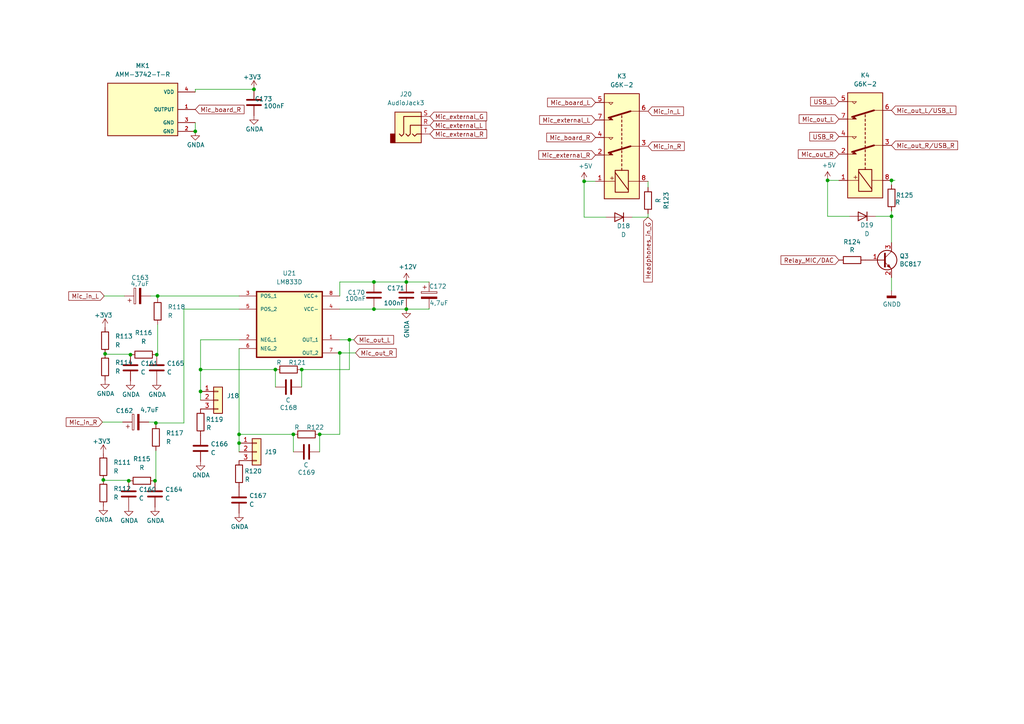
<source format=kicad_sch>
(kicad_sch (version 20211123) (generator eeschema)
  (paper "A4")
  (lib_symbols
    (symbol "Connector:AudioJack3"
      (property "Reference" "J" (at 0 8.89 0))
      (property "Value" "AudioJack3" (at 0 6.35 0))
      (symbol "AudioJack3_0_1"
        (rectangle (start -5.08 -5.08) (end -6.35 -2.54) (stroke (width 0.254)) (fill (type outline)))
        (polyline (pts (xy 0 -2.54) (xy 0.635 -3.175) (xy 1.27 -2.54) (xy 2.54 -2.54)) (stroke (width 0.254)))
        (polyline (pts (xy -1.905 -2.54) (xy -1.27 -3.175) (xy -0.635 -2.54) (xy -0.635 0) (xy 2.54 0)) (stroke (width 0.254)))
        (polyline (pts (xy 2.54 2.54) (xy -2.54 2.54) (xy -2.54 -2.54) (xy -3.175 -3.175) (xy -3.81 -2.54)) (stroke (width 0.254)))
        (rectangle (start 2.54 3.81) (end -5.08 -5.08) (stroke (width 0.254)) (fill (type background)))
      )
      (symbol "AudioJack3_1_1"
        (pin passive line (at 5.08 0 180) (length 2.54) (name "~") (number "R"))
        (pin passive line (at 5.08 2.54 180) (length 2.54) (name "~") (number "S"))
        (pin passive line (at 5.08 -2.54 180) (length 2.54) (name "~") (number "T"))
      )
    )
    (symbol "Connector_Generic:Conn_01x03" (pin_names (offset 1.016) hide)
      (property "Reference" "J" (at 0 5.08 0))
      (property "Value" "Conn_01x03" (at 0 -5.08 0))
      (symbol "Conn_01x03_1_1"
        (rectangle (start -1.27 -2.413) (end 0 -2.667) (stroke (width 0.1524)))
        (rectangle (start -1.27 0.127) (end 0 -0.127) (stroke (width 0.1524)))
        (rectangle (start -1.27 2.667) (end 0 2.413) (stroke (width 0.1524)))
        (rectangle (start -1.27 3.81) (end 1.27 -3.81) (stroke (width 0.254)) (fill (type background)))
        (pin passive line (at -5.08 2.54 0) (length 3.81) (name "Pin_1") (number "1"))
        (pin passive line (at -5.08 0 0) (length 3.81) (name "Pin_2") (number "2"))
        (pin passive line (at -5.08 -2.54 0) (length 3.81) (name "Pin_3") (number "3"))
      )
    )
    (symbol "Device:C" (pin_numbers hide) (pin_names (offset 0.254))
      (property "Reference" "C" (at 0.635 2.54 0))
      (property "Value" "C" (at 0.635 -2.54 0))
      (symbol "C_0_1"
        (polyline (pts (xy -2.032 -0.762) (xy 2.032 -0.762)) (stroke (width 0.508)))
        (polyline (pts (xy -2.032 0.762) (xy 2.032 0.762)) (stroke (width 0.508)))
      )
      (symbol "C_1_1"
        (pin passive line (at 0 3.81 270) (length 2.794) (name "~") (number "1"))
        (pin passive line (at 0 -3.81 90) (length 2.794) (name "~") (number "2"))
      )
    )
    (symbol "Device:CP" (pin_numbers hide) (pin_names (offset 0.254))
      (property "Reference" "C" (at 0.635 2.54 0))
      (property "Value" "Device_CP" (at 0.635 -2.54 0))
      (symbol "CP_0_1"
        (rectangle (start -2.286 0.508) (end 2.286 1.016))
        (polyline (pts (xy -1.778 2.286) (xy -0.762 2.286)))
        (polyline (pts (xy -1.27 2.794) (xy -1.27 1.778)))
        (rectangle (start 2.286 -0.508) (end -2.286 -1.016) (fill (type outline)))
      )
      (symbol "CP_1_1"
        (pin passive line (at 0 3.81 270) (length 2.794) (name "~") (number "1"))
        (pin passive line (at 0 -3.81 90) (length 2.794) (name "~") (number "2"))
      )
    )
    (symbol "Device:D" (pin_numbers hide) (pin_names (offset 1.016) hide)
      (property "Reference" "D" (at 0 2.54 0))
      (property "Value" "D" (at 0 -2.54 0))
      (symbol "D_0_1"
        (polyline (pts (xy -1.27 1.27) (xy -1.27 -1.27)) (stroke (width 0.254)))
        (polyline (pts (xy 1.27 0) (xy -1.27 0)))
        (polyline (pts (xy 1.27 1.27) (xy 1.27 -1.27) (xy -1.27 0) (xy 1.27 1.27)) (stroke (width 0.254)))
      )
      (symbol "D_1_1"
        (pin passive line (at -3.81 0 0) (length 2.54) (name "K") (number "1"))
        (pin passive line (at 3.81 0 180) (length 2.54) (name "A") (number "2"))
      )
    )
    (symbol "Device:R" (pin_numbers hide) (pin_names (offset 0))
      (property "Reference" "R" (at 2.032 0 90))
      (property "Value" "R" (at 0 0 90))
      (symbol "R_0_1"
        (rectangle (start -1.016 -2.54) (end 1.016 2.54) (stroke (width 0.254)))
      )
      (symbol "R_1_1"
        (pin passive line (at 0 3.81 270) (length 1.27) (name "~") (number "1"))
        (pin passive line (at 0 -3.81 90) (length 1.27) (name "~") (number "2"))
      )
    )
    (symbol "Electronic_stethoscope-cache:Transistor_BJT_BC817" (pin_names (offset 0) hide)
      (property "Reference" "Q" (at 5.08 1.905 0))
      (property "Value" "Electronic_stethoscope-cache_Transistor_BJT_BC817" (at 5.08 0 0))
      (symbol "Transistor_BJT_BC817_0_1"
        (polyline (pts (xy 0.635 0.635) (xy 2.54 2.54)))
        (polyline (pts (xy 0.635 -0.635) (xy 2.54 -2.54) (xy 2.54 -2.54)))
        (polyline (pts (xy 0.635 1.905) (xy 0.635 -1.905) (xy 0.635 -1.905)) (stroke (width 0.508)))
        (polyline (pts (xy 1.27 -1.778) (xy 1.778 -1.27) (xy 2.286 -2.286) (xy 1.27 -1.778) (xy 1.27 -1.778)) (fill (type outline)))
        (circle (center 1.27 0) (radius 2.8194) (stroke (width 0.254)))
      )
      (symbol "Transistor_BJT_BC817_1_1"
        (pin input line (at -5.08 0 0) (length 5.715) (name "B") (number "1"))
        (pin passive line (at 2.54 -5.08 90) (length 2.54) (name "E") (number "2"))
        (pin passive line (at 2.54 5.08 270) (length 2.54) (name "C") (number "3"))
      )
    )
    (symbol "Relay:G6K-2"
      (property "Reference" "K" (at 16.51 3.81 0))
      (property "Value" "G6K-2" (at 16.51 1.27 0))
      (symbol "G6K-2_0_0"
        (text "+" (at -9.271 2.921 0) (effects (font (size 1.27 1.27))))
      )
      (symbol "G6K-2_0_1"
        (rectangle (start -15.24 5.08) (end 15.24 -5.08) (stroke (width 0.254)) (fill (type background)))
        (rectangle (start -13.335 1.905) (end -6.985 -1.905) (stroke (width 0.254)))
        (polyline (pts (xy -12.7 -1.905) (xy -7.62 1.905)) (stroke (width 0.254)))
        (polyline (pts (xy -10.16 -5.08) (xy -10.16 -1.905)))
        (polyline (pts (xy -10.16 5.08) (xy -10.16 1.905)))
        (polyline (pts (xy -6.985 0) (xy -6.35 0)) (stroke (width 0.254)))
        (polyline (pts (xy -5.715 0) (xy -5.08 0)) (stroke (width 0.254)))
        (polyline (pts (xy -4.445 0) (xy -3.81 0)) (stroke (width 0.254)))
        (polyline (pts (xy -3.175 0) (xy -2.54 0)) (stroke (width 0.254)))
        (polyline (pts (xy -1.905 0) (xy -1.27 0)) (stroke (width 0.254)))
        (polyline (pts (xy -0.635 0) (xy 0 0)) (stroke (width 0.254)))
        (polyline (pts (xy 0 -2.54) (xy -1.905 3.81)) (stroke (width 0.508)))
        (polyline (pts (xy 0 -2.54) (xy 0 -5.08)))
        (polyline (pts (xy 0.635 0) (xy 1.27 0)) (stroke (width 0.254)))
        (polyline (pts (xy 1.905 0) (xy 2.54 0)) (stroke (width 0.254)))
        (polyline (pts (xy 3.175 0) (xy 3.81 0)) (stroke (width 0.254)))
        (polyline (pts (xy 4.445 0) (xy 5.08 0)) (stroke (width 0.254)))
        (polyline (pts (xy 5.715 0) (xy 6.35 0)) (stroke (width 0.254)))
        (polyline (pts (xy 6.985 0) (xy 7.62 0)) (stroke (width 0.254)))
        (polyline (pts (xy 8.255 0) (xy 8.89 0)) (stroke (width 0.254)))
        (polyline (pts (xy 10.16 -2.54) (xy 8.255 3.81)) (stroke (width 0.508)))
        (polyline (pts (xy 10.16 -2.54) (xy 10.16 -5.08)))
        (polyline (pts (xy -2.54 5.08) (xy -2.54 2.54) (xy -1.905 3.175) (xy -2.54 3.81)) (fill (type outline)))
        (polyline (pts (xy 2.54 5.08) (xy 2.54 2.54) (xy 1.905 3.175) (xy 2.54 3.81)))
        (polyline (pts (xy 7.62 5.08) (xy 7.62 2.54) (xy 8.255 3.175) (xy 7.62 3.81)) (fill (type outline)))
        (polyline (pts (xy 12.7 5.08) (xy 12.7 2.54) (xy 12.065 3.175) (xy 12.7 3.81)))
      )
      (symbol "G6K-2_1_1"
        (pin passive line (at -10.16 7.62 270) (length 2.54) (name "~") (number "1"))
        (pin passive line (at -2.54 7.62 270) (length 2.54) (name "~") (number "2"))
        (pin passive line (at 0 -7.62 90) (length 2.54) (name "~") (number "3"))
        (pin passive line (at 2.54 7.62 270) (length 2.54) (name "~") (number "4"))
        (pin passive line (at 12.7 7.62 270) (length 2.54) (name "~") (number "5"))
        (pin passive line (at 10.16 -7.62 90) (length 2.54) (name "~") (number "6"))
        (pin passive line (at 7.62 7.62 270) (length 2.54) (name "~") (number "7"))
        (pin passive line (at -10.16 -7.62 90) (length 2.54) (name "~") (number "8"))
      )
    )
    (symbol "amplituner_lib_sym:AMM-3742-T-R" (pin_names (offset 1.016))
      (property "Reference" "MK" (at -10.16 8.382 0))
      (property "Value" "AMM-3742-T-R" (at -10.16 -10.16 0))
      (symbol "AMM-3742-T-R_0_0"
        (rectangle (start -10.16 -7.62) (end 10.16 7.62) (stroke (width 0.254)) (fill (type background)))
        (pin output line (at 15.24 0 180) (length 5.08) (name "OUTPUT") (number "1"))
        (pin power_in line (at 15.24 -6.35 180) (length 5.08) (name "GND") (number "2"))
        (pin power_in line (at 15.24 -3.81 180) (length 5.08) (name "GND") (number "3"))
        (pin power_in line (at 15.24 5.08 180) (length 5.08) (name "VDD") (number "4"))
      )
    )
    (symbol "amplituner_lib_sym:LM833D" (pin_names (offset 1.016))
      (property "Reference" "U" (at -12.7 11.43 0))
      (property "Value" "LM833D" (at -12.7 -10.16 0))
      (symbol "LM833D_0_0"
        (rectangle (start -12.7 11.43) (end 6.35 -7.62) (stroke (width 0.4064)) (fill (type background)))
        (pin output line (at 11.43 -2.54 180) (length 5.08) (name "OUT_1") (number "1"))
        (pin input line (at -17.78 -2.54 0) (length 5.08) (name "NEG_1") (number "2"))
        (pin input line (at -17.78 10.16 0) (length 5.08) (name "POS_1") (number "3"))
        (pin power_in line (at 11.43 6.35 180) (length 5.08) (name "VCC-") (number "4"))
        (pin input line (at -17.78 6.35 0) (length 5.08) (name "POS_2") (number "5"))
        (pin input line (at -17.78 -5.08 0) (length 5.08) (name "NEG_2") (number "6"))
        (pin output line (at 11.43 -6.35 180) (length 5.08) (name "OUT_2") (number "7"))
        (pin power_in line (at 11.43 10.16 180) (length 5.08) (name "VCC+") (number "8"))
      )
    )
    (symbol "power:+12V" (power) (pin_names (offset 0))
      (property "Value" "+12V" (at 0 3.556 0))
      (symbol "+12V_0_1"
        (polyline (pts (xy -0.762 1.27) (xy 0 2.54)))
        (polyline (pts (xy 0 0) (xy 0 2.54)))
        (polyline (pts (xy 0 2.54) (xy 0.762 1.27)))
      )
      (symbol "+12V_1_1"
        (pin power_in line (at 0 0 90) (length 0) hide (name "+12V") (number "1"))
      )
    )
    (symbol "power:+3V3" (power) (pin_names (offset 0))
      (property "Value" "+3V3" (at 0 3.556 0))
      (symbol "+3V3_0_1"
        (polyline (pts (xy -0.762 1.27) (xy 0 2.54)))
        (polyline (pts (xy 0 0) (xy 0 2.54)))
        (polyline (pts (xy 0 2.54) (xy 0.762 1.27)))
      )
      (symbol "+3V3_1_1"
        (pin power_in line (at 0 0 90) (length 0) hide (name "+3V3") (number "1"))
      )
    )
    (symbol "power:+5V" (power) (pin_names (offset 0))
      (property "Value" "+5V" (at 0 3.556 0))
      (symbol "+5V_0_1"
        (polyline (pts (xy -0.762 1.27) (xy 0 2.54)))
        (polyline (pts (xy 0 0) (xy 0 2.54)))
        (polyline (pts (xy 0 2.54) (xy 0.762 1.27)))
      )
      (symbol "+5V_1_1"
        (pin power_in line (at 0 0 90) (length 0) hide (name "+5V") (number "1"))
      )
    )
    (symbol "power:GNDA" (power) (pin_names (offset 0))
      (property "Value" "GNDA" (at 0 -3.81 0))
      (symbol "GNDA_0_1"
        (polyline (pts (xy 0 0) (xy 0 -1.27) (xy 1.27 -1.27) (xy 0 -2.54) (xy -1.27 -1.27) (xy 0 -1.27)))
      )
      (symbol "GNDA_1_1"
        (pin power_in line (at 0 0 270) (length 0) hide (name "GNDA") (number "1"))
      )
    )
    (symbol "power:GNDD" (power) (pin_names (offset 0))
      (property "Value" "GNDD" (at 0 -3.175 0))
      (symbol "GNDD_0_1"
        (rectangle (start -1.27 -1.524) (end 1.27 -2.032) (stroke (width 0.254)) (fill (type outline)))
        (polyline (pts (xy 0 0) (xy 0 -1.524)))
      )
      (symbol "GNDD_1_1"
        (pin power_in line (at 0 0 270) (length 0) hide (name "GNDD") (number "1"))
      )
    )
  )
  (junction (at 73.66 25.908))
  (junction (at 37.338 139.446))
  (junction (at 45.466 102.87))
  (junction (at 117.856 81.788))
  (junction (at 30.48 102.616))
  (junction (at 258.572 62.738))
  (junction (at 108.458 89.662))
  (junction (at 45.212 122.682))
  (junction (at 169.418 52.578))
  (junction (at 37.846 102.87))
  (junction (at 92.71 125.984))
  (junction (at 258.572 52.324))
  (junction (at 69.342 125.984))
  (junction (at 44.958 139.446))
  (junction (at 45.72 85.852))
  (junction (at 58.166 107.188))
  (junction (at 85.09 125.984))
  (junction (at 87.503 107.188))
  (junction (at 108.458 81.788))
  (junction (at 56.642 38.1))
  (junction (at 69.342 128.524))
  (junction (at 79.883 107.188))
  (junction (at 98.552 102.362))
  (junction (at 240.03 52.324))
  (junction (at 117.856 89.662))
  (junction (at 29.972 139.192))
  (junction (at 101.346 98.552))
  (junction (at 58.166 113.538))
  (wire (pts (xy 79.883 107.188) (xy 79.883 112.268)))
  (wire (pts (xy 69.342 89.662) (xy 53.34 89.662)))
  (wire (pts (xy 43.688 85.852) (xy 45.72 85.852)))
  (wire (pts (xy 56.642 25.908) (xy 56.642 26.67)))
  (wire (pts (xy 69.342 128.524) (xy 69.342 131.064)))
  (wire (pts (xy 92.71 125.984) (xy 92.71 131.064)))
  (wire (pts (xy 169.418 52.578) (xy 172.72 52.578)))
  (wire (pts (xy 101.346 98.552) (xy 101.346 107.188)))
  (wire (pts (xy 98.552 98.552) (xy 101.346 98.552)))
  (wire (pts (xy 101.346 98.552) (xy 102.616 98.552)))
  (wire (pts (xy 30.226 85.852) (xy 36.068 85.852)))
  (wire (pts (xy 45.72 94.107) (xy 45.72 102.87)))
  (wire (pts (xy 37.846 102.743) (xy 37.846 102.87)))
  (wire (pts (xy 69.342 101.092) (xy 69.342 125.984)))
  (wire (pts (xy 69.342 125.984) (xy 69.342 128.524)))
  (wire (pts (xy 98.552 102.362) (xy 103.124 102.362)))
  (wire (pts (xy 45.212 122.682) (xy 53.34 122.682)))
  (wire (pts (xy 98.552 102.362) (xy 98.552 125.984)))
  (wire (pts (xy 117.856 89.662) (xy 124.46 89.662)))
  (wire (pts (xy 45.72 85.852) (xy 45.72 86.487)))
  (wire (pts (xy 58.166 107.188) (xy 58.166 113.538)))
  (wire (pts (xy 58.166 113.538) (xy 58.166 116.078)))
  (wire (pts (xy 53.34 89.662) (xy 53.34 122.682)))
  (wire (pts (xy 117.856 89.662) (xy 117.856 89.408)))
  (wire (pts (xy 124.46 89.408) (xy 124.46 89.662)))
  (wire (pts (xy 58.166 98.552) (xy 58.166 107.188)))
  (wire (pts (xy 45.212 139.446) (xy 44.958 139.446)))
  (wire (pts (xy 73.66 25.908) (xy 56.642 25.908)))
  (wire (pts (xy 45.72 85.852) (xy 69.342 85.852)))
  (wire (pts (xy 187.96 61.976) (xy 187.96 62.992)))
  (wire (pts (xy 258.572 61.214) (xy 258.572 62.738)))
  (wire (pts (xy 87.503 107.188) (xy 101.346 107.188)))
  (wire (pts (xy 108.458 89.408) (xy 108.458 89.662)))
  (wire (pts (xy 56.642 35.56) (xy 56.642 38.1)))
  (wire (pts (xy 175.768 62.992) (xy 169.418 62.992)))
  (wire (pts (xy 45.212 122.682) (xy 45.212 123.063)))
  (wire (pts (xy 108.458 89.662) (xy 117.856 89.662)))
  (wire (pts (xy 98.552 85.852) (xy 98.552 81.788)))
  (wire (pts (xy 240.03 52.324) (xy 240.03 62.738)))
  (wire (pts (xy 30.48 102.616) (xy 30.48 102.743)))
  (wire (pts (xy 187.96 52.578) (xy 187.96 54.356)))
  (wire (pts (xy 69.342 125.984) (xy 85.09 125.984)))
  (wire (pts (xy 37.338 139.319) (xy 37.338 139.446)))
  (wire (pts (xy 29.718 122.428) (xy 35.56 122.428)))
  (wire (pts (xy 30.48 102.743) (xy 37.846 102.743)))
  (wire (pts (xy 246.38 62.738) (xy 240.03 62.738)))
  (wire (pts (xy 258.572 62.738) (xy 258.572 70.358)))
  (wire (pts (xy 243.332 52.324) (xy 240.03 52.324)))
  (wire (pts (xy 45.212 130.683) (xy 45.212 139.446)))
  (wire (pts (xy 258.572 52.324) (xy 259.588 52.324)))
  (wire (pts (xy 98.552 125.984) (xy 92.71 125.984)))
  (wire (pts (xy 117.856 81.788) (xy 124.46 81.788)))
  (wire (pts (xy 98.552 89.662) (xy 108.458 89.662)))
  (wire (pts (xy 58.166 98.552) (xy 69.342 98.552)))
  (wire (pts (xy 98.552 81.788) (xy 108.458 81.788)))
  (wire (pts (xy 29.972 139.319) (xy 37.338 139.319)))
  (wire (pts (xy 169.418 62.992) (xy 169.418 52.578)))
  (wire (pts (xy 87.503 107.188) (xy 87.503 112.268)))
  (wire (pts (xy 43.18 122.428) (xy 45.212 122.428)))
  (wire (pts (xy 45.72 102.87) (xy 45.466 102.87)))
  (wire (pts (xy 183.388 62.992) (xy 187.96 62.992)))
  (wire (pts (xy 258.572 80.518) (xy 258.572 84.328)))
  (wire (pts (xy 29.972 139.192) (xy 29.972 139.319)))
  (wire (pts (xy 45.212 122.428) (xy 45.212 122.682)))
  (wire (pts (xy 258.572 52.324) (xy 258.572 53.594)))
  (wire (pts (xy 254 62.738) (xy 258.572 62.738)))
  (wire (pts (xy 85.09 125.984) (xy 85.09 131.064)))
  (wire (pts (xy 58.166 107.188) (xy 79.883 107.188)))
  (wire (pts (xy 108.458 81.788) (xy 117.856 81.788)))
  (global_label "Mic_external_L" (shape input) (at 172.72 34.798 180) (property "Intersheet References" "${INTERSHEET_REFS}" (effects hide)))
  (global_label "Mic_board_R" (shape input) (at 172.72 39.878 180) (property "Intersheet References" "${INTERSHEET_REFS}" (effects hide)))
  (global_label "Mic_board_L" (shape input) (at 172.72 29.718 180) (property "Intersheet References" "${INTERSHEET_REFS}" (effects hide)))
  (global_label "Mic_external_R" (shape input) (at 124.714 38.862 0) (property "Intersheet References" "${INTERSHEET_REFS}" (effects hide)))
  (global_label "Mic_out_R" (shape input) (at 103.124 102.362 0) (property "Intersheet References" "${INTERSHEET_REFS}" (effects hide)))
  (global_label "Mic_in_R" (shape input) (at 29.718 122.428 180) (property "Intersheet References" "${INTERSHEET_REFS}" (effects hide)))
  (global_label "USB_R" (shape input) (at 243.332 39.624 180) (property "Intersheet References" "${INTERSHEET_REFS}" (effects hide)))
  (global_label "Mic_external_L" (shape input) (at 124.714 36.322 0) (property "Intersheet References" "${INTERSHEET_REFS}" (effects hide)))
  (global_label "Mic_board_R" (shape input) (at 56.642 31.75 0) (property "Intersheet References" "${INTERSHEET_REFS}" (effects hide)))
  (global_label "USB_L" (shape input) (at 243.332 29.464 180) (property "Intersheet References" "${INTERSHEET_REFS}" (effects hide)))
  (global_label "Mic_out_L{slash}USB_L" (shape input) (at 258.572 32.004 0) (property "Intersheet References" "${INTERSHEET_REFS}" (effects hide)))
  (global_label "Mic_out_R" (shape input) (at 243.332 44.704 180) (property "Intersheet References" "${INTERSHEET_REFS}" (effects hide)))
  (global_label "Mic_in_R" (shape input) (at 187.96 42.418 0) (property "Intersheet References" "${INTERSHEET_REFS}" (effects hide)))
  (global_label "Mic_in_L" (shape input) (at 30.226 85.852 180) (property "Intersheet References" "${INTERSHEET_REFS}" (effects hide)))
  (global_label "Mic_out_L" (shape input) (at 243.332 34.544 180) (property "Intersheet References" "${INTERSHEET_REFS}" (effects hide)))
  (global_label "Mic_external_G" (shape input) (at 124.714 33.782 0) (property "Intersheet References" "${INTERSHEET_REFS}" (effects hide)))
  (global_label "Headphones_in_G" (shape input) (at 187.96 62.992 270) (property "Intersheet References" "${INTERSHEET_REFS}" (effects hide)))
  (global_label "Mic_external_R" (shape input) (at 172.72 44.958 180) (property "Intersheet References" "${INTERSHEET_REFS}" (effects hide)))
  (global_label "Relay_MIC{slash}DAC" (shape input) (at 243.332 75.438 180) (property "Intersheet References" "${INTERSHEET_REFS}" (effects hide)))
  (global_label "Mic_out_L" (shape input) (at 102.616 98.552 0) (property "Intersheet References" "${INTERSHEET_REFS}" (effects hide)))
  (global_label "Mic_out_R{slash}USB_R" (shape input) (at 258.572 42.164 0) (property "Intersheet References" "${INTERSHEET_REFS}" (effects hide)))
  (global_label "Mic_in_L" (shape input) (at 187.96 32.258 0) (property "Intersheet References" "${INTERSHEET_REFS}" (effects hide)))
  (symbol (lib_id "power:+5V") (at 240.03 52.324 0) (unit 1)
    (property "Reference" "#PWR0163" (effects hide))
    (property "Value" "+5V" (at 240.411 47.9298 0))
  )
  (symbol (lib_id "Device:C") (at 37.846 106.68 180) (unit 1)
    (property "Reference" "C161" (at 40.767 105.4099 0) (effects (justify right)))
    (property "Value" "C" (at 40.767 107.9499 0) (effects (justify right)))
    (property "Footprint" "Capacitor_SMD:C_0805_2012Metric" (effects hide))
  )
  (symbol (lib_id "Connector_Generic:Conn_01x03") (at 74.422 131.064 0) (unit 1)
    (property "Reference" "J19" (at 76.708 131.064 0) (effects (justify left)))
    (property "Value" "Conn_01x03" (effects hide))
    (property "Footprint" "Connector_PinHeader_1.27mm:PinHeader_1x03_P1.27mm_Vertical" (effects hide))
  )
  (symbol (lib_id "Device:C") (at 88.9 131.064 90) (unit 1)
    (property "Reference" "C169" (at 88.9 137.033 90))
    (property "Value" "C" (at 88.773 134.874 90))
    (property "Footprint" "Capacitor_SMD:C_0805_2012Metric" (effects hide))
  )
  (symbol (lib_id "power:GNDA") (at 37.846 110.49 0) (unit 1)
    (property "Reference" "#PWR0154" (effects hide))
    (property "Value" "GNDA" (at 37.973 114.427 0))
  )
  (symbol (lib_id "Device:C") (at 37.338 143.256 180) (unit 1)
    (property "Reference" "C160" (at 40.259 141.9859 0) (effects (justify right)))
    (property "Value" "C" (at 40.259 144.5259 0) (effects (justify right)))
    (property "Footprint" "Capacitor_SMD:C_0805_2012Metric" (effects hide))
  )
  (symbol (lib_id "Device:C") (at 83.693 112.268 90) (unit 1)
    (property "Reference" "C168" (at 83.693 118.237 90))
    (property "Value" "C" (at 83.566 116.078 90))
    (property "Footprint" "Capacitor_SMD:C_0805_2012Metric" (effects hide))
  )
  (symbol (lib_id "Device:R") (at 30.48 98.806 180) (unit 1)
    (property "Reference" "R113" (at 33.401 97.5359 0) (effects (justify right)))
    (property "Value" "R" (at 33.401 100.0759 0) (effects (justify right)))
    (property "Footprint" "Resistor_SMD:R_0805_2012Metric" (effects hide))
  )
  (symbol (lib_id "Device:R") (at 258.572 57.404 0) (unit 1)
    (property "Reference" "R125" (at 262.382 56.642 0))
    (property "Value" "R" (at 260.35 58.674 0))
    (property "Footprint" "Resistor_SMD:R_0805_2012Metric" (effects hide))
  )
  (symbol (lib_id "Connector:AudioJack3") (at 119.634 36.322 0) (unit 1)
    (property "Reference" "J20" (at 117.729 27.305 0))
    (property "Value" "AudioJack3" (at 117.729 29.845 0))
    (property "Footprint" "Connector_Audio:Jack_3.5mm_CUI_SJ1-3533NG_Horizontal" (effects hide))
  )
  (symbol (lib_id "amplituner_lib_sym:LM833D") (at 87.122 96.012 0) (unit 1)
    (property "Reference" "U21" (at 83.947 79.248 0))
    (property "Value" "LM833D" (at 83.947 81.788 0))
    (property "Footprint" "amplituner_lib:LMV358" (effects hide))
  )
  (symbol (lib_id "power:GNDA") (at 44.958 147.066 0) (unit 1)
    (property "Reference" "#PWR0155" (effects hide))
    (property "Value" "GNDA" (at 45.085 151.003 0))
  )
  (symbol (lib_id "power:GNDA") (at 45.466 110.49 0) (unit 1)
    (property "Reference" "#PWR0156" (effects hide))
    (property "Value" "GNDA" (at 45.593 114.427 0))
  )
  (symbol (lib_id "Device:R") (at 88.9 125.984 90) (unit 1)
    (property "Reference" "R122" (at 91.44 123.952 90))
    (property "Value" "R" (at 86.106 123.952 90))
    (property "Footprint" "Resistor_SMD:R_0805_2012Metric" (effects hide))
  )
  (symbol (lib_id "power:GNDA") (at 58.166 133.858 0) (unit 1)
    (property "Reference" "#PWR0157" (effects hide))
    (property "Value" "GNDA" (at 58.293 137.795 0))
  )
  (symbol (lib_id "Device:C") (at 117.856 85.598 180) (unit 1)
    (property "Reference" "C171" (at 117.348 83.566 0) (effects (justify left)))
    (property "Value" "100nF" (at 117.348 87.884 0) (effects (justify left)))
    (property "Footprint" "Capacitor_SMD:C_1206_3216Metric" (effects hide))
  )
  (symbol (lib_id "power:GNDA") (at 30.48 110.236 0) (unit 1)
    (property "Reference" "#PWR0152" (effects hide))
    (property "Value" "GNDA" (at 30.607 114.173 0))
  )
  (symbol (lib_id "Device:R") (at 41.656 102.87 270) (unit 1)
    (property "Reference" "R116" (at 41.656 96.52 90))
    (property "Value" "R" (at 41.656 99.06 90))
    (property "Footprint" "Resistor_SMD:R_0805_2012Metric" (effects hide))
  )
  (symbol (lib_id "Device:D") (at 250.19 62.738 180) (unit 1)
    (property "Reference" "D19" (at 251.46 65.278 0))
    (property "Value" "D" (at 251.46 67.818 0))
    (property "Footprint" "Diode_THT:D_DO-35_SOD27_P7.62mm_Horizontal" (effects hide))
  )
  (symbol (lib_id "power:+5V") (at 169.418 52.578 0) (unit 1)
    (property "Reference" "#PWR0161" (effects hide))
    (property "Value" "+5V" (at 169.799 48.1838 0))
  )
  (symbol (lib_id "power:GNDA") (at 69.342 148.844 0) (unit 1)
    (property "Reference" "#PWR0158" (effects hide))
    (property "Value" "GNDA" (at 69.469 152.781 0))
  )
  (symbol (lib_id "Electronic_stethoscope-cache:Transistor_BJT_BC817") (at 256.032 75.438 0) (unit 1)
    (property "Reference" "Q3" (at 260.8834 74.2696 0) (effects (justify left)))
    (property "Value" "BC817" (at 260.8834 76.581 0) (effects (justify left)))
    (property "Footprint" "Package_TO_SOT_SMD:SOT-23" (effects hide))
  )
  (symbol (lib_id "power:GNDA") (at 117.856 89.662 0) (unit 1)
    (property "Reference" "#PWR0160" (effects hide))
    (property "Value" "GNDA" (at 117.983 92.9132 90) (effects (justify right)))
  )
  (symbol (lib_id "Device:D") (at 179.578 62.992 180) (unit 1)
    (property "Reference" "D18" (at 180.848 65.532 0))
    (property "Value" "D" (at 180.848 68.072 0))
    (property "Footprint" "Diode_THT:D_DO-35_SOD27_P7.62mm_Horizontal" (effects hide))
  )
  (symbol (lib_id "Device:CP") (at 39.878 85.852 90) (unit 1)
    (property "Reference" "C163" (at 38.1 80.518 90) (effects (justify right)))
    (property "Value" "4,7uF" (at 37.846 82.296 90) (effects (justify right)))
    (property "Footprint" "Capacitor_THT:CP_Radial_D6.3mm_P2.50mm" (effects hide))
  )
  (symbol (lib_id "power:GNDA") (at 29.972 146.812 0) (unit 1)
    (property "Reference" "#PWR0150" (effects hide))
    (property "Value" "GNDA" (at 30.099 150.749 0))
  )
  (symbol (lib_id "power:GNDA") (at 37.338 147.066 0) (unit 1)
    (property "Reference" "#PWR0153" (effects hide))
    (property "Value" "GNDA" (at 37.465 151.003 0))
  )
  (symbol (lib_id "Device:CP") (at 124.46 85.598 0) (unit 1)
    (property "Reference" "C172" (at 129.54 83.058 0) (effects (justify right)))
    (property "Value" "4,7uF" (at 130.048 87.884 0) (effects (justify right)))
    (property "Footprint" "Capacitor_THT:CP_Radial_D6.3mm_P2.50mm" (effects hide))
  )
  (symbol (lib_id "power:+3V3") (at 73.66 25.908 0) (unit 1)
    (property "Reference" "#PWR0167" (effects hide))
    (property "Value" "+3V3" (at 73.152 22.352 0))
  )
  (symbol (lib_id "Device:CP") (at 39.37 122.428 90) (unit 1)
    (property "Reference" "C162" (at 33.528 119.126 90) (effects (justify right)))
    (property "Value" "4,7uF" (at 40.64 118.872 90) (effects (justify right)))
    (property "Footprint" "Capacitor_THT:CP_Radial_D6.3mm_P2.50mm" (effects hide))
  )
  (symbol (lib_id "power:GNDA") (at 56.642 38.1 0) (unit 1)
    (property "Reference" "#PWR0166" (effects hide))
    (property "Value" "GNDA" (at 56.769 42.037 0))
  )
  (symbol (lib_id "Relay:G6K-2") (at 250.952 42.164 90) (unit 1)
    (property "Reference" "K4" (at 250.952 21.844 90))
    (property "Value" "G6K-2" (at 250.952 24.384 90))
    (property "Footprint" "Relay_SMD:Relay_DPDT_Omron_G6K-2F-Y" (effects hide))
    (property "Datasheet" "http://omronfs.omron.com/en_US/ecb/products/pdf/en-g6k.pdf" (effects hide))
  )
  (symbol (lib_id "Device:C") (at 73.66 29.718 180) (unit 1)
    (property "Reference" "C173" (at 78.994 28.702 0) (effects (justify left)))
    (property "Value" "100nF" (at 82.55 30.734 0) (effects (justify left)))
    (property "Footprint" "Capacitor_SMD:C_1206_3216Metric" (effects hide))
  )
  (symbol (lib_id "Device:R") (at 247.142 75.438 270) (unit 1)
    (property "Reference" "R124" (at 247.142 70.1802 90))
    (property "Value" "R" (at 247.142 72.4916 90))
    (property "Footprint" "Resistor_SMD:R_0805_2012Metric" (effects hide))
  )
  (symbol (lib_id "Device:R") (at 45.212 126.873 180) (unit 1)
    (property "Reference" "R117" (at 48.133 125.6029 0) (effects (justify right)))
    (property "Value" "R" (at 48.133 128.1429 0) (effects (justify right)))
    (property "Footprint" "Resistor_SMD:R_0805_2012Metric" (effects hide))
  )
  (symbol (lib_id "power:GNDA") (at 73.66 33.528 0) (unit 1)
    (property "Reference" "#PWR0168" (effects hide))
    (property "Value" "GNDA" (at 73.787 37.465 0))
  )
  (symbol (lib_id "Device:R") (at 41.148 139.446 270) (unit 1)
    (property "Reference" "R115" (at 41.148 133.096 90))
    (property "Value" "R" (at 41.148 135.636 90))
    (property "Footprint" "Resistor_SMD:R_0805_2012Metric" (effects hide))
  )
  (symbol (lib_id "Device:C") (at 108.458 85.598 180) (unit 1)
    (property "Reference" "C170" (at 105.918 84.836 0) (effects (justify left)))
    (property "Value" "100nF" (at 106.172 86.614 0) (effects (justify left)))
    (property "Footprint" "Capacitor_SMD:C_1206_3216Metric" (effects hide))
  )
  (symbol (lib_id "Device:R") (at 58.166 122.428 180) (unit 1)
    (property "Reference" "R119" (at 59.69 121.666 0) (effects (justify right)))
    (property "Value" "R" (at 59.817 124.079 0) (effects (justify right)))
    (property "Footprint" "Resistor_SMD:R_0805_2012Metric" (effects hide))
  )
  (symbol (lib_id "Device:C") (at 45.466 106.68 180) (unit 1)
    (property "Reference" "C165" (at 48.387 105.4099 0) (effects (justify right)))
    (property "Value" "C" (at 48.387 107.9499 0) (effects (justify right)))
    (property "Footprint" "Capacitor_SMD:C_0805_2012Metric" (effects hide))
  )
  (symbol (lib_id "Device:R") (at 29.972 143.002 180) (unit 1)
    (property "Reference" "R112" (at 32.893 141.7319 0) (effects (justify right)))
    (property "Value" "R" (at 32.893 144.2719 0) (effects (justify right)))
    (property "Footprint" "Resistor_SMD:R_0805_2012Metric" (effects hide))
  )
  (symbol (lib_id "Device:R") (at 29.972 135.382 180) (unit 1)
    (property "Reference" "R111" (at 32.893 134.1119 0) (effects (justify right)))
    (property "Value" "R" (at 32.893 136.6519 0) (effects (justify right)))
    (property "Footprint" "Resistor_SMD:R_0805_2012Metric" (effects hide))
  )
  (symbol (lib_id "Connector_Generic:Conn_01x03") (at 63.246 116.078 0) (unit 1)
    (property "Reference" "J18" (at 65.786 114.8079 0) (effects (justify left)))
    (property "Value" "Conn_01x03" (effects hide))
    (property "Footprint" "Connector_PinHeader_1.27mm:PinHeader_1x03_P1.27mm_Vertical" (effects hide))
  )
  (symbol (lib_id "Device:R") (at 45.72 90.297 180) (unit 1)
    (property "Reference" "R118" (at 48.641 89.0269 0) (effects (justify right)))
    (property "Value" "R" (at 48.641 91.5669 0) (effects (justify right)))
    (property "Footprint" "Resistor_SMD:R_0805_2012Metric" (effects hide))
  )
  (symbol (lib_id "Relay:G6K-2") (at 180.34 42.418 90) (unit 1)
    (property "Reference" "K3" (at 180.34 22.098 90))
    (property "Value" "G6K-2" (at 180.34 24.638 90))
    (property "Footprint" "Relay_SMD:Relay_DPDT_Omron_G6K-2F-Y" (effects hide))
    (property "Datasheet" "http://omronfs.omron.com/en_US/ecb/products/pdf/en-g6k.pdf" (effects hide))
  )
  (symbol (lib_id "Device:C") (at 58.166 130.048 180) (unit 1)
    (property "Reference" "C166" (at 61.087 128.7779 0) (effects (justify right)))
    (property "Value" "C" (at 61.087 131.3179 0) (effects (justify right)))
    (property "Footprint" "Capacitor_SMD:C_0805_2012Metric" (effects hide))
  )
  (symbol (lib_id "power:+3V3") (at 29.972 131.572 0) (unit 1)
    (property "Reference" "#PWR0149" (effects hide))
    (property "Value" "+3V3" (at 29.464 128.016 0))
  )
  (symbol (lib_id "amplituner_lib_sym:AMM-3742-T-R") (at 41.402 31.75 0) (unit 1)
    (property "Reference" "MK1" (at 41.402 19.05 0))
    (property "Value" "AMM-3742-T-R" (at 41.402 21.59 0))
    (property "Footprint" "amplituner_lib:MIC_AMM-3742-T-R" (effects hide))
    (property "STANDARD" "Manufacturer Recommendations" (effects hide))
    (property "MAXIMUM_PACKAGE_HEIGHT" "1.3 mm" (effects hide))
    (property "MANUFACTURER" "PUI AUDIO" (effects hide))
    (property "PARTREV" "10/12/2020" (effects hide))
  )
  (symbol (lib_id "Device:R") (at 30.48 106.426 180) (unit 1)
    (property "Reference" "R114" (at 33.401 105.1559 0) (effects (justify right)))
    (property "Value" "R" (at 33.401 107.6959 0) (effects (justify right)))
    (property "Footprint" "Resistor_SMD:R_0805_2012Metric" (effects hide))
  )
  (symbol (lib_id "Device:R") (at 83.693 107.188 90) (unit 1)
    (property "Reference" "R121" (at 86.233 105.156 90))
    (property "Value" "R" (at 80.899 105.156 90))
    (property "Footprint" "Resistor_SMD:R_0805_2012Metric" (effects hide))
  )
  (symbol (lib_id "power:+12V") (at 117.856 81.788 0) (unit 1)
    (property "Reference" "#PWR0159" (effects hide))
    (property "Value" "+12V" (at 118.237 77.3938 0))
  )
  (symbol (lib_id "Device:C") (at 69.342 145.034 180) (unit 1)
    (property "Reference" "C167" (at 72.263 143.7639 0) (effects (justify right)))
    (property "Value" "C" (at 72.263 146.3039 0) (effects (justify right)))
    (property "Footprint" "Capacitor_SMD:C_0805_2012Metric" (effects hide))
  )
  (symbol (lib_id "Device:R") (at 69.342 137.414 180) (unit 1)
    (property "Reference" "R120" (at 70.866 136.652 0) (effects (justify right)))
    (property "Value" "R" (at 70.993 139.065 0) (effects (justify right)))
    (property "Footprint" "Resistor_SMD:R_0805_2012Metric" (effects hide))
  )
  (symbol (lib_id "Device:C") (at 44.958 143.256 180) (unit 1)
    (property "Reference" "C164" (at 47.879 141.9859 0) (effects (justify right)))
    (property "Value" "C" (at 47.879 144.5259 0) (effects (justify right)))
    (property "Footprint" "Capacitor_SMD:C_0805_2012Metric" (effects hide))
  )
  (symbol (lib_id "power:+3V3") (at 30.48 94.996 0) (unit 1)
    (property "Reference" "#PWR0151" (effects hide))
    (property "Value" "+3V3" (at 29.972 91.44 0))
  )
  (symbol (lib_id "Device:R") (at 187.96 58.166 180) (unit 1)
    (property "Reference" "R123" (at 193.2178 58.166 90))
    (property "Value" "R" (at 190.9064 58.166 90))
    (property "Footprint" "Resistor_SMD:R_0805_2012Metric" (effects hide))
  )
  (symbol (lib_id "power:GNDD") (at 258.572 84.328 0) (unit 1)
    (property "Reference" "#PWR0162" (effects hide))
    (property "Value" "GNDD" (at 258.6736 88.265 0))
  )
)
</source>
